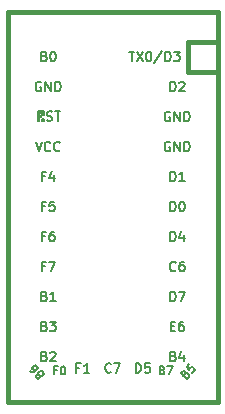
<source format=gbr>
%TF.GenerationSoftware,KiCad,Pcbnew,(5.1.9-0-10_14)*%
%TF.CreationDate,2021-04-17T16:13:15+09:00*%
%TF.ProjectId,IKIDS,494b4944-532e-46b6-9963-61645f706362,rev?*%
%TF.SameCoordinates,Original*%
%TF.FileFunction,Legend,Top*%
%TF.FilePolarity,Positive*%
%FSLAX46Y46*%
G04 Gerber Fmt 4.6, Leading zero omitted, Abs format (unit mm)*
G04 Created by KiCad (PCBNEW (5.1.9-0-10_14)) date 2021-04-17 16:13:15*
%MOMM*%
%LPD*%
G01*
G04 APERTURE LIST*
%ADD10C,0.381000*%
%ADD11C,0.150000*%
G04 APERTURE END LIST*
D10*
%TO.C,U1*%
X195738750Y-61468000D02*
X198278750Y-61468000D01*
X180498750Y-58928000D02*
X198278750Y-58928000D01*
X198278750Y-58928000D02*
X198278750Y-91948000D01*
X198278750Y-91948000D02*
X180498750Y-91948000D01*
X180498750Y-91948000D02*
X180498750Y-58928000D01*
D11*
G36*
X183544115Y-67357030D02*
G01*
X183544115Y-67457030D01*
X183044115Y-67457030D01*
X183044115Y-67357030D01*
X183544115Y-67357030D01*
G37*
X183544115Y-67357030D02*
X183544115Y-67457030D01*
X183044115Y-67457030D01*
X183044115Y-67357030D01*
X183544115Y-67357030D01*
G36*
X183544115Y-67357030D02*
G01*
X183544115Y-67657030D01*
X183444115Y-67657030D01*
X183444115Y-67357030D01*
X183544115Y-67357030D01*
G37*
X183544115Y-67357030D02*
X183544115Y-67657030D01*
X183444115Y-67657030D01*
X183444115Y-67357030D01*
X183544115Y-67357030D01*
G36*
X183544115Y-67957030D02*
G01*
X183544115Y-68157030D01*
X183444115Y-68157030D01*
X183444115Y-67957030D01*
X183544115Y-67957030D01*
G37*
X183544115Y-67957030D02*
X183544115Y-68157030D01*
X183444115Y-68157030D01*
X183444115Y-67957030D01*
X183544115Y-67957030D01*
G36*
X183144115Y-67357030D02*
G01*
X183144115Y-68157030D01*
X183044115Y-68157030D01*
X183044115Y-67357030D01*
X183144115Y-67357030D01*
G37*
X183144115Y-67357030D02*
X183144115Y-68157030D01*
X183044115Y-68157030D01*
X183044115Y-67357030D01*
X183144115Y-67357030D01*
G36*
X183344115Y-67757030D02*
G01*
X183344115Y-67857030D01*
X183244115Y-67857030D01*
X183244115Y-67757030D01*
X183344115Y-67757030D01*
G37*
X183344115Y-67757030D02*
X183344115Y-67857030D01*
X183244115Y-67857030D01*
X183244115Y-67757030D01*
X183344115Y-67757030D01*
D10*
X195738750Y-61468000D02*
X195738750Y-64008000D01*
X195738750Y-64008000D02*
X198278750Y-64008000D01*
D11*
X191338273Y-89469904D02*
X191338273Y-88669904D01*
X191528750Y-88669904D01*
X191643035Y-88708000D01*
X191719226Y-88784190D01*
X191757321Y-88860380D01*
X191795416Y-89012761D01*
X191795416Y-89127047D01*
X191757321Y-89279428D01*
X191719226Y-89355619D01*
X191643035Y-89431809D01*
X191528750Y-89469904D01*
X191338273Y-89469904D01*
X192519226Y-88669904D02*
X192138273Y-88669904D01*
X192100178Y-89050857D01*
X192138273Y-89012761D01*
X192214464Y-88974666D01*
X192404940Y-88974666D01*
X192481130Y-89012761D01*
X192519226Y-89050857D01*
X192557321Y-89127047D01*
X192557321Y-89317523D01*
X192519226Y-89393714D01*
X192481130Y-89431809D01*
X192404940Y-89469904D01*
X192214464Y-89469904D01*
X192138273Y-89431809D01*
X192100178Y-89393714D01*
X186582083Y-89050857D02*
X186315416Y-89050857D01*
X186315416Y-89469904D02*
X186315416Y-88669904D01*
X186696369Y-88669904D01*
X187420178Y-89469904D02*
X186963035Y-89469904D01*
X187191607Y-89469904D02*
X187191607Y-88669904D01*
X187115416Y-88784190D01*
X187039226Y-88860380D01*
X186963035Y-88898476D01*
X189255416Y-89393714D02*
X189217321Y-89431809D01*
X189103035Y-89469904D01*
X189026845Y-89469904D01*
X188912559Y-89431809D01*
X188836369Y-89355619D01*
X188798273Y-89279428D01*
X188760178Y-89127047D01*
X188760178Y-89012761D01*
X188798273Y-88860380D01*
X188836369Y-88784190D01*
X188912559Y-88708000D01*
X189026845Y-88669904D01*
X189103035Y-88669904D01*
X189217321Y-88708000D01*
X189255416Y-88746095D01*
X189522083Y-88669904D02*
X190055416Y-88669904D01*
X189712559Y-89469904D01*
X183153741Y-89643702D02*
X183106601Y-89549421D01*
X183106601Y-89502280D01*
X183130171Y-89431570D01*
X183200882Y-89360859D01*
X183271592Y-89337289D01*
X183318733Y-89337289D01*
X183389443Y-89360859D01*
X183578005Y-89549421D01*
X183083030Y-90044396D01*
X182918039Y-89879404D01*
X182894469Y-89808693D01*
X182894469Y-89761553D01*
X182918039Y-89690842D01*
X182965179Y-89643702D01*
X183035890Y-89620132D01*
X183083030Y-89620132D01*
X183153741Y-89643702D01*
X183318733Y-89808693D01*
X182375924Y-89337289D02*
X182470205Y-89431570D01*
X182540915Y-89455140D01*
X182588056Y-89455140D01*
X182705907Y-89431570D01*
X182823758Y-89360859D01*
X183012320Y-89172297D01*
X183035890Y-89101587D01*
X183035890Y-89054446D01*
X183012320Y-88983735D01*
X182918039Y-88889455D01*
X182847328Y-88865884D01*
X182800188Y-88865884D01*
X182729477Y-88889455D01*
X182611626Y-89007306D01*
X182588056Y-89078016D01*
X182588056Y-89125157D01*
X182611626Y-89195867D01*
X182705907Y-89290148D01*
X182776617Y-89313719D01*
X182823758Y-89313719D01*
X182894469Y-89290148D01*
X184655416Y-89258000D02*
X184422083Y-89258000D01*
X184422083Y-89624666D02*
X184422083Y-88924666D01*
X184755416Y-88924666D01*
X185155416Y-88924666D02*
X185222083Y-88924666D01*
X185288750Y-88958000D01*
X185322083Y-88991333D01*
X185355416Y-89058000D01*
X185388750Y-89191333D01*
X185388750Y-89358000D01*
X185355416Y-89491333D01*
X185322083Y-89558000D01*
X185288750Y-89591333D01*
X185222083Y-89624666D01*
X185155416Y-89624666D01*
X185088750Y-89591333D01*
X185055416Y-89558000D01*
X185022083Y-89491333D01*
X184988750Y-89358000D01*
X184988750Y-89191333D01*
X185022083Y-89058000D01*
X185055416Y-88991333D01*
X185088750Y-88958000D01*
X185155416Y-88924666D01*
X193605416Y-89258000D02*
X193705416Y-89291333D01*
X193738750Y-89324666D01*
X193772083Y-89391333D01*
X193772083Y-89491333D01*
X193738750Y-89558000D01*
X193705416Y-89591333D01*
X193638750Y-89624666D01*
X193372083Y-89624666D01*
X193372083Y-88924666D01*
X193605416Y-88924666D01*
X193672083Y-88958000D01*
X193705416Y-88991333D01*
X193738750Y-89058000D01*
X193738750Y-89124666D01*
X193705416Y-89191333D01*
X193672083Y-89224666D01*
X193605416Y-89258000D01*
X193372083Y-89258000D01*
X194005416Y-88924666D02*
X194472083Y-88924666D01*
X194172083Y-89624666D01*
X183815416Y-68121809D02*
X183929702Y-68159904D01*
X184120178Y-68159904D01*
X184196369Y-68121809D01*
X184234464Y-68083714D01*
X184272559Y-68007523D01*
X184272559Y-67931333D01*
X184234464Y-67855142D01*
X184196369Y-67817047D01*
X184120178Y-67778952D01*
X183967797Y-67740857D01*
X183891607Y-67702761D01*
X183853511Y-67664666D01*
X183815416Y-67588476D01*
X183815416Y-67512285D01*
X183853511Y-67436095D01*
X183891607Y-67398000D01*
X183967797Y-67359904D01*
X184158273Y-67359904D01*
X184272559Y-67398000D01*
X184501130Y-67359904D02*
X184958273Y-67359904D01*
X184729702Y-68159904D02*
X184729702Y-67359904D01*
X190770145Y-62299904D02*
X191227288Y-62299904D01*
X190998717Y-63099904D02*
X190998717Y-62299904D01*
X191417764Y-62299904D02*
X191951098Y-63099904D01*
X191951098Y-62299904D02*
X191417764Y-63099904D01*
X192408241Y-62299904D02*
X192484431Y-62299904D01*
X192560622Y-62338000D01*
X192598717Y-62376095D01*
X192636812Y-62452285D01*
X192674907Y-62604666D01*
X192674907Y-62795142D01*
X192636812Y-62947523D01*
X192598717Y-63023714D01*
X192560622Y-63061809D01*
X192484431Y-63099904D01*
X192408241Y-63099904D01*
X192332050Y-63061809D01*
X192293955Y-63023714D01*
X192255860Y-62947523D01*
X192217764Y-62795142D01*
X192217764Y-62604666D01*
X192255860Y-62452285D01*
X192293955Y-62376095D01*
X192332050Y-62338000D01*
X192408241Y-62299904D01*
X193589193Y-62261809D02*
X192903479Y-63290380D01*
X193855860Y-63099904D02*
X193855860Y-62299904D01*
X194046336Y-62299904D01*
X194160622Y-62338000D01*
X194236812Y-62414190D01*
X194274907Y-62490380D01*
X194313002Y-62642761D01*
X194313002Y-62757047D01*
X194274907Y-62909428D01*
X194236812Y-62985619D01*
X194160622Y-63061809D01*
X194046336Y-63099904D01*
X193855860Y-63099904D01*
X194579669Y-62299904D02*
X195074907Y-62299904D01*
X194808241Y-62604666D01*
X194922526Y-62604666D01*
X194998717Y-62642761D01*
X195036812Y-62680857D01*
X195074907Y-62757047D01*
X195074907Y-62947523D01*
X195036812Y-63023714D01*
X194998717Y-63061809D01*
X194922526Y-63099904D01*
X194693955Y-63099904D01*
X194617764Y-63061809D01*
X194579669Y-63023714D01*
X183603940Y-88080857D02*
X183718226Y-88118952D01*
X183756321Y-88157047D01*
X183794416Y-88233238D01*
X183794416Y-88347523D01*
X183756321Y-88423714D01*
X183718226Y-88461809D01*
X183642035Y-88499904D01*
X183337273Y-88499904D01*
X183337273Y-87699904D01*
X183603940Y-87699904D01*
X183680130Y-87738000D01*
X183718226Y-87776095D01*
X183756321Y-87852285D01*
X183756321Y-87928476D01*
X183718226Y-88004666D01*
X183680130Y-88042761D01*
X183603940Y-88080857D01*
X183337273Y-88080857D01*
X184099178Y-87776095D02*
X184137273Y-87738000D01*
X184213464Y-87699904D01*
X184403940Y-87699904D01*
X184480130Y-87738000D01*
X184518226Y-87776095D01*
X184556321Y-87852285D01*
X184556321Y-87928476D01*
X184518226Y-88042761D01*
X184061083Y-88499904D01*
X184556321Y-88499904D01*
X183661083Y-80460857D02*
X183394416Y-80460857D01*
X183394416Y-80879904D02*
X183394416Y-80079904D01*
X183775369Y-80079904D01*
X184003940Y-80079904D02*
X184537273Y-80079904D01*
X184194416Y-80879904D01*
X183661083Y-77920857D02*
X183394416Y-77920857D01*
X183394416Y-78339904D02*
X183394416Y-77539904D01*
X183775369Y-77539904D01*
X184422988Y-77539904D02*
X184270607Y-77539904D01*
X184194416Y-77578000D01*
X184156321Y-77616095D01*
X184080130Y-77730380D01*
X184042035Y-77882761D01*
X184042035Y-78187523D01*
X184080130Y-78263714D01*
X184118226Y-78301809D01*
X184194416Y-78339904D01*
X184346797Y-78339904D01*
X184422988Y-78301809D01*
X184461083Y-78263714D01*
X184499178Y-78187523D01*
X184499178Y-77997047D01*
X184461083Y-77920857D01*
X184422988Y-77882761D01*
X184346797Y-77844666D01*
X184194416Y-77844666D01*
X184118226Y-77882761D01*
X184080130Y-77920857D01*
X184042035Y-77997047D01*
X183661083Y-75380857D02*
X183394416Y-75380857D01*
X183394416Y-75799904D02*
X183394416Y-74999904D01*
X183775369Y-74999904D01*
X184461083Y-74999904D02*
X184080130Y-74999904D01*
X184042035Y-75380857D01*
X184080130Y-75342761D01*
X184156321Y-75304666D01*
X184346797Y-75304666D01*
X184422988Y-75342761D01*
X184461083Y-75380857D01*
X184499178Y-75457047D01*
X184499178Y-75647523D01*
X184461083Y-75723714D01*
X184422988Y-75761809D01*
X184346797Y-75799904D01*
X184156321Y-75799904D01*
X184080130Y-75761809D01*
X184042035Y-75723714D01*
X183603940Y-62680857D02*
X183718226Y-62718952D01*
X183756321Y-62757047D01*
X183794416Y-62833238D01*
X183794416Y-62947523D01*
X183756321Y-63023714D01*
X183718226Y-63061809D01*
X183642035Y-63099904D01*
X183337273Y-63099904D01*
X183337273Y-62299904D01*
X183603940Y-62299904D01*
X183680130Y-62338000D01*
X183718226Y-62376095D01*
X183756321Y-62452285D01*
X183756321Y-62528476D01*
X183718226Y-62604666D01*
X183680130Y-62642761D01*
X183603940Y-62680857D01*
X183337273Y-62680857D01*
X184289654Y-62299904D02*
X184365845Y-62299904D01*
X184442035Y-62338000D01*
X184480130Y-62376095D01*
X184518226Y-62452285D01*
X184556321Y-62604666D01*
X184556321Y-62795142D01*
X184518226Y-62947523D01*
X184480130Y-63023714D01*
X184442035Y-63061809D01*
X184365845Y-63099904D01*
X184289654Y-63099904D01*
X184213464Y-63061809D01*
X184175369Y-63023714D01*
X184137273Y-62947523D01*
X184099178Y-62795142D01*
X184099178Y-62604666D01*
X184137273Y-62452285D01*
X184175369Y-62376095D01*
X184213464Y-62338000D01*
X184289654Y-62299904D01*
X183318226Y-64878000D02*
X183242035Y-64839904D01*
X183127750Y-64839904D01*
X183013464Y-64878000D01*
X182937273Y-64954190D01*
X182899178Y-65030380D01*
X182861083Y-65182761D01*
X182861083Y-65297047D01*
X182899178Y-65449428D01*
X182937273Y-65525619D01*
X183013464Y-65601809D01*
X183127750Y-65639904D01*
X183203940Y-65639904D01*
X183318226Y-65601809D01*
X183356321Y-65563714D01*
X183356321Y-65297047D01*
X183203940Y-65297047D01*
X183699178Y-65639904D02*
X183699178Y-64839904D01*
X184156321Y-65639904D01*
X184156321Y-64839904D01*
X184537273Y-65639904D02*
X184537273Y-64839904D01*
X184727750Y-64839904D01*
X184842035Y-64878000D01*
X184918226Y-64954190D01*
X184956321Y-65030380D01*
X184994416Y-65182761D01*
X184994416Y-65297047D01*
X184956321Y-65449428D01*
X184918226Y-65525619D01*
X184842035Y-65601809D01*
X184727750Y-65639904D01*
X184537273Y-65639904D01*
X182861083Y-69919904D02*
X183127750Y-70719904D01*
X183394416Y-69919904D01*
X184118226Y-70643714D02*
X184080130Y-70681809D01*
X183965845Y-70719904D01*
X183889654Y-70719904D01*
X183775369Y-70681809D01*
X183699178Y-70605619D01*
X183661083Y-70529428D01*
X183622988Y-70377047D01*
X183622988Y-70262761D01*
X183661083Y-70110380D01*
X183699178Y-70034190D01*
X183775369Y-69958000D01*
X183889654Y-69919904D01*
X183965845Y-69919904D01*
X184080130Y-69958000D01*
X184118226Y-69996095D01*
X184918226Y-70643714D02*
X184880130Y-70681809D01*
X184765845Y-70719904D01*
X184689654Y-70719904D01*
X184575369Y-70681809D01*
X184499178Y-70605619D01*
X184461083Y-70529428D01*
X184422988Y-70377047D01*
X184422988Y-70262761D01*
X184461083Y-70110380D01*
X184499178Y-70034190D01*
X184575369Y-69958000D01*
X184689654Y-69919904D01*
X184765845Y-69919904D01*
X184880130Y-69958000D01*
X184918226Y-69996095D01*
X183661083Y-72840857D02*
X183394416Y-72840857D01*
X183394416Y-73259904D02*
X183394416Y-72459904D01*
X183775369Y-72459904D01*
X184422988Y-72726571D02*
X184422988Y-73259904D01*
X184232511Y-72421809D02*
X184042035Y-72993238D01*
X184537273Y-72993238D01*
X183603940Y-83000857D02*
X183718226Y-83038952D01*
X183756321Y-83077047D01*
X183794416Y-83153238D01*
X183794416Y-83267523D01*
X183756321Y-83343714D01*
X183718226Y-83381809D01*
X183642035Y-83419904D01*
X183337273Y-83419904D01*
X183337273Y-82619904D01*
X183603940Y-82619904D01*
X183680130Y-82658000D01*
X183718226Y-82696095D01*
X183756321Y-82772285D01*
X183756321Y-82848476D01*
X183718226Y-82924666D01*
X183680130Y-82962761D01*
X183603940Y-83000857D01*
X183337273Y-83000857D01*
X184556321Y-83419904D02*
X184099178Y-83419904D01*
X184327750Y-83419904D02*
X184327750Y-82619904D01*
X184251559Y-82734190D01*
X184175369Y-82810380D01*
X184099178Y-82848476D01*
X183603940Y-85540857D02*
X183718226Y-85578952D01*
X183756321Y-85617047D01*
X183794416Y-85693238D01*
X183794416Y-85807523D01*
X183756321Y-85883714D01*
X183718226Y-85921809D01*
X183642035Y-85959904D01*
X183337273Y-85959904D01*
X183337273Y-85159904D01*
X183603940Y-85159904D01*
X183680130Y-85198000D01*
X183718226Y-85236095D01*
X183756321Y-85312285D01*
X183756321Y-85388476D01*
X183718226Y-85464666D01*
X183680130Y-85502761D01*
X183603940Y-85540857D01*
X183337273Y-85540857D01*
X184061083Y-85159904D02*
X184556321Y-85159904D01*
X184289654Y-85464666D01*
X184403940Y-85464666D01*
X184480130Y-85502761D01*
X184518226Y-85540857D01*
X184556321Y-85617047D01*
X184556321Y-85807523D01*
X184518226Y-85883714D01*
X184480130Y-85921809D01*
X184403940Y-85959904D01*
X184175369Y-85959904D01*
X184099178Y-85921809D01*
X184061083Y-85883714D01*
X195553047Y-89572991D02*
X195647328Y-89525851D01*
X195694469Y-89525851D01*
X195765179Y-89549421D01*
X195835890Y-89620132D01*
X195859460Y-89690842D01*
X195859460Y-89737983D01*
X195835890Y-89808693D01*
X195647328Y-89997255D01*
X195152353Y-89502280D01*
X195317345Y-89337289D01*
X195388056Y-89313719D01*
X195435196Y-89313719D01*
X195505907Y-89337289D01*
X195553047Y-89384429D01*
X195576617Y-89455140D01*
X195576617Y-89502280D01*
X195553047Y-89572991D01*
X195388056Y-89737983D01*
X195883030Y-88771603D02*
X195647328Y-89007306D01*
X195859460Y-89266578D01*
X195859460Y-89219438D01*
X195883030Y-89148727D01*
X196000882Y-89030876D01*
X196071592Y-89007306D01*
X196118733Y-89007306D01*
X196189443Y-89030876D01*
X196307294Y-89148727D01*
X196330865Y-89219438D01*
X196330865Y-89266578D01*
X196307294Y-89337289D01*
X196189443Y-89455140D01*
X196118733Y-89478710D01*
X196071592Y-89478710D01*
X194525940Y-88080857D02*
X194640226Y-88118952D01*
X194678321Y-88157047D01*
X194716416Y-88233238D01*
X194716416Y-88347523D01*
X194678321Y-88423714D01*
X194640226Y-88461809D01*
X194564035Y-88499904D01*
X194259273Y-88499904D01*
X194259273Y-87699904D01*
X194525940Y-87699904D01*
X194602130Y-87738000D01*
X194640226Y-87776095D01*
X194678321Y-87852285D01*
X194678321Y-87928476D01*
X194640226Y-88004666D01*
X194602130Y-88042761D01*
X194525940Y-88080857D01*
X194259273Y-88080857D01*
X195402130Y-87966571D02*
X195402130Y-88499904D01*
X195211654Y-87661809D02*
X195021178Y-88233238D01*
X195516416Y-88233238D01*
X194297369Y-85540857D02*
X194564035Y-85540857D01*
X194678321Y-85959904D02*
X194297369Y-85959904D01*
X194297369Y-85159904D01*
X194678321Y-85159904D01*
X195364035Y-85159904D02*
X195211654Y-85159904D01*
X195135464Y-85198000D01*
X195097369Y-85236095D01*
X195021178Y-85350380D01*
X194983083Y-85502761D01*
X194983083Y-85807523D01*
X195021178Y-85883714D01*
X195059273Y-85921809D01*
X195135464Y-85959904D01*
X195287845Y-85959904D01*
X195364035Y-85921809D01*
X195402130Y-85883714D01*
X195440226Y-85807523D01*
X195440226Y-85617047D01*
X195402130Y-85540857D01*
X195364035Y-85502761D01*
X195287845Y-85464666D01*
X195135464Y-85464666D01*
X195059273Y-85502761D01*
X195021178Y-85540857D01*
X194983083Y-85617047D01*
X194259273Y-83419904D02*
X194259273Y-82619904D01*
X194449750Y-82619904D01*
X194564035Y-82658000D01*
X194640226Y-82734190D01*
X194678321Y-82810380D01*
X194716416Y-82962761D01*
X194716416Y-83077047D01*
X194678321Y-83229428D01*
X194640226Y-83305619D01*
X194564035Y-83381809D01*
X194449750Y-83419904D01*
X194259273Y-83419904D01*
X194983083Y-82619904D02*
X195516416Y-82619904D01*
X195173559Y-83419904D01*
X194716416Y-80803714D02*
X194678321Y-80841809D01*
X194564035Y-80879904D01*
X194487845Y-80879904D01*
X194373559Y-80841809D01*
X194297369Y-80765619D01*
X194259273Y-80689428D01*
X194221178Y-80537047D01*
X194221178Y-80422761D01*
X194259273Y-80270380D01*
X194297369Y-80194190D01*
X194373559Y-80118000D01*
X194487845Y-80079904D01*
X194564035Y-80079904D01*
X194678321Y-80118000D01*
X194716416Y-80156095D01*
X195402130Y-80079904D02*
X195249750Y-80079904D01*
X195173559Y-80118000D01*
X195135464Y-80156095D01*
X195059273Y-80270380D01*
X195021178Y-80422761D01*
X195021178Y-80727523D01*
X195059273Y-80803714D01*
X195097369Y-80841809D01*
X195173559Y-80879904D01*
X195325940Y-80879904D01*
X195402130Y-80841809D01*
X195440226Y-80803714D01*
X195478321Y-80727523D01*
X195478321Y-80537047D01*
X195440226Y-80460857D01*
X195402130Y-80422761D01*
X195325940Y-80384666D01*
X195173559Y-80384666D01*
X195097369Y-80422761D01*
X195059273Y-80460857D01*
X195021178Y-80537047D01*
X194259273Y-78339904D02*
X194259273Y-77539904D01*
X194449750Y-77539904D01*
X194564035Y-77578000D01*
X194640226Y-77654190D01*
X194678321Y-77730380D01*
X194716416Y-77882761D01*
X194716416Y-77997047D01*
X194678321Y-78149428D01*
X194640226Y-78225619D01*
X194564035Y-78301809D01*
X194449750Y-78339904D01*
X194259273Y-78339904D01*
X195402130Y-77806571D02*
X195402130Y-78339904D01*
X195211654Y-77501809D02*
X195021178Y-78073238D01*
X195516416Y-78073238D01*
X194240226Y-67418000D02*
X194164035Y-67379904D01*
X194049750Y-67379904D01*
X193935464Y-67418000D01*
X193859273Y-67494190D01*
X193821178Y-67570380D01*
X193783083Y-67722761D01*
X193783083Y-67837047D01*
X193821178Y-67989428D01*
X193859273Y-68065619D01*
X193935464Y-68141809D01*
X194049750Y-68179904D01*
X194125940Y-68179904D01*
X194240226Y-68141809D01*
X194278321Y-68103714D01*
X194278321Y-67837047D01*
X194125940Y-67837047D01*
X194621178Y-68179904D02*
X194621178Y-67379904D01*
X195078321Y-68179904D01*
X195078321Y-67379904D01*
X195459273Y-68179904D02*
X195459273Y-67379904D01*
X195649750Y-67379904D01*
X195764035Y-67418000D01*
X195840226Y-67494190D01*
X195878321Y-67570380D01*
X195916416Y-67722761D01*
X195916416Y-67837047D01*
X195878321Y-67989428D01*
X195840226Y-68065619D01*
X195764035Y-68141809D01*
X195649750Y-68179904D01*
X195459273Y-68179904D01*
X194240226Y-69958000D02*
X194164035Y-69919904D01*
X194049750Y-69919904D01*
X193935464Y-69958000D01*
X193859273Y-70034190D01*
X193821178Y-70110380D01*
X193783083Y-70262761D01*
X193783083Y-70377047D01*
X193821178Y-70529428D01*
X193859273Y-70605619D01*
X193935464Y-70681809D01*
X194049750Y-70719904D01*
X194125940Y-70719904D01*
X194240226Y-70681809D01*
X194278321Y-70643714D01*
X194278321Y-70377047D01*
X194125940Y-70377047D01*
X194621178Y-70719904D02*
X194621178Y-69919904D01*
X195078321Y-70719904D01*
X195078321Y-69919904D01*
X195459273Y-70719904D02*
X195459273Y-69919904D01*
X195649750Y-69919904D01*
X195764035Y-69958000D01*
X195840226Y-70034190D01*
X195878321Y-70110380D01*
X195916416Y-70262761D01*
X195916416Y-70377047D01*
X195878321Y-70529428D01*
X195840226Y-70605619D01*
X195764035Y-70681809D01*
X195649750Y-70719904D01*
X195459273Y-70719904D01*
X194259273Y-73259904D02*
X194259273Y-72459904D01*
X194449750Y-72459904D01*
X194564035Y-72498000D01*
X194640226Y-72574190D01*
X194678321Y-72650380D01*
X194716416Y-72802761D01*
X194716416Y-72917047D01*
X194678321Y-73069428D01*
X194640226Y-73145619D01*
X194564035Y-73221809D01*
X194449750Y-73259904D01*
X194259273Y-73259904D01*
X195478321Y-73259904D02*
X195021178Y-73259904D01*
X195249750Y-73259904D02*
X195249750Y-72459904D01*
X195173559Y-72574190D01*
X195097369Y-72650380D01*
X195021178Y-72688476D01*
X194259273Y-75799904D02*
X194259273Y-74999904D01*
X194449750Y-74999904D01*
X194564035Y-75038000D01*
X194640226Y-75114190D01*
X194678321Y-75190380D01*
X194716416Y-75342761D01*
X194716416Y-75457047D01*
X194678321Y-75609428D01*
X194640226Y-75685619D01*
X194564035Y-75761809D01*
X194449750Y-75799904D01*
X194259273Y-75799904D01*
X195211654Y-74999904D02*
X195287845Y-74999904D01*
X195364035Y-75038000D01*
X195402130Y-75076095D01*
X195440226Y-75152285D01*
X195478321Y-75304666D01*
X195478321Y-75495142D01*
X195440226Y-75647523D01*
X195402130Y-75723714D01*
X195364035Y-75761809D01*
X195287845Y-75799904D01*
X195211654Y-75799904D01*
X195135464Y-75761809D01*
X195097369Y-75723714D01*
X195059273Y-75647523D01*
X195021178Y-75495142D01*
X195021178Y-75304666D01*
X195059273Y-75152285D01*
X195097369Y-75076095D01*
X195135464Y-75038000D01*
X195211654Y-74999904D01*
X194259273Y-65639904D02*
X194259273Y-64839904D01*
X194449750Y-64839904D01*
X194564035Y-64878000D01*
X194640226Y-64954190D01*
X194678321Y-65030380D01*
X194716416Y-65182761D01*
X194716416Y-65297047D01*
X194678321Y-65449428D01*
X194640226Y-65525619D01*
X194564035Y-65601809D01*
X194449750Y-65639904D01*
X194259273Y-65639904D01*
X195021178Y-64916095D02*
X195059273Y-64878000D01*
X195135464Y-64839904D01*
X195325940Y-64839904D01*
X195402130Y-64878000D01*
X195440226Y-64916095D01*
X195478321Y-64992285D01*
X195478321Y-65068476D01*
X195440226Y-65182761D01*
X194983083Y-65639904D01*
X195478321Y-65639904D01*
%TD*%
M02*

</source>
